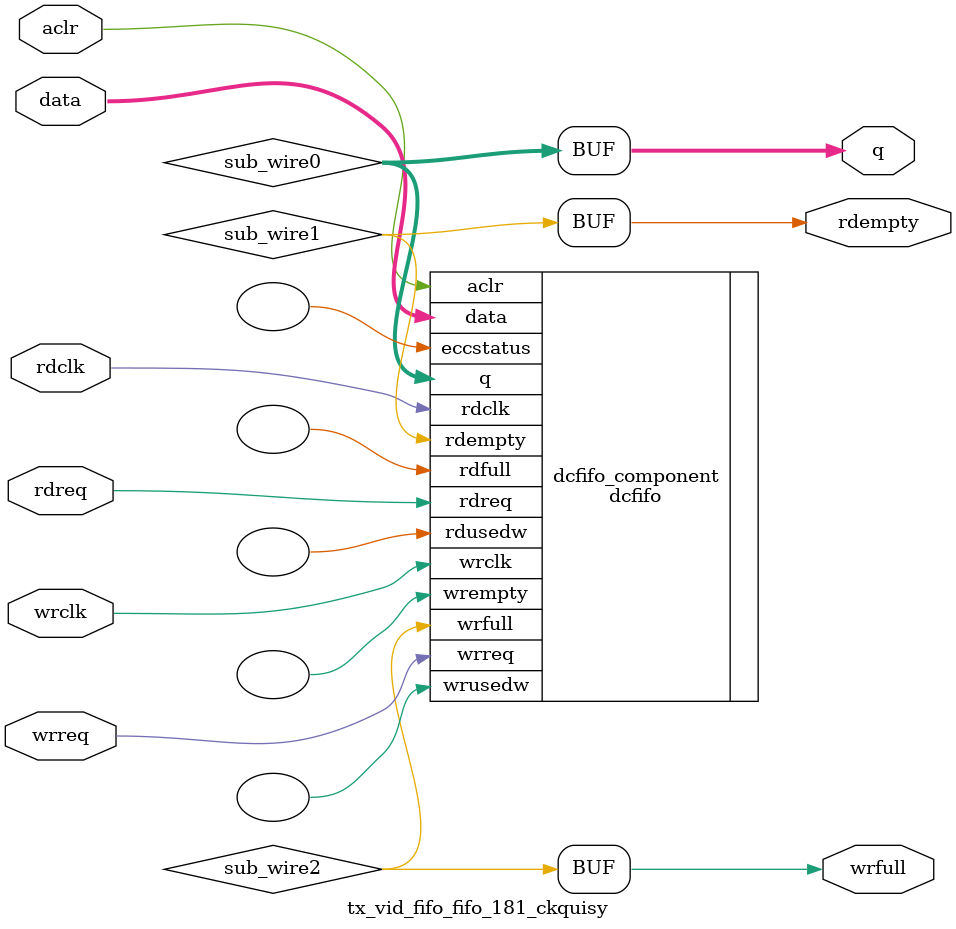
<source format=v>



`timescale 1 ps / 1 ps
// synopsys translate_on
module  tx_vid_fifo_fifo_181_ckquisy  (
    aclr,
    data,
    rdclk,
    rdreq,
    wrclk,
    wrreq,
    q,
    rdempty,
    wrfull);

    input    aclr;
    input  [72:0]  data;
    input    rdclk;
    input    rdreq;
    input    wrclk;
    input    wrreq;
    output [72:0]  q;
    output   rdempty;
    output   wrfull;
`ifndef ALTERA_RESERVED_QIS
// synopsys translate_off
`endif
    tri0     aclr;
`ifndef ALTERA_RESERVED_QIS
// synopsys translate_on
`endif

    wire [72:0] sub_wire0;
    wire  sub_wire1;
    wire  sub_wire2;
    wire [72:0] q = sub_wire0[72:0];
    wire  rdempty = sub_wire1;
    wire  wrfull = sub_wire2;

    dcfifo  dcfifo_component (
                .aclr (aclr),
                .data (data),
                .rdclk (rdclk),
                .rdreq (rdreq),
                .wrclk (wrclk),
                .wrreq (wrreq),
                .q (sub_wire0),
                .rdempty (sub_wire1),
                .wrfull (sub_wire2),
                .eccstatus (),
                .rdfull (),
                .rdusedw (),
                .wrempty (),
                .wrusedw ());
    defparam
        dcfifo_component.enable_ecc  = "FALSE",
        dcfifo_component.intended_device_family  = "Arria 10",
        dcfifo_component.lpm_hint  = "DISABLE_DCFIFO_EMBEDDED_TIMING_CONSTRAINT=TRUE",
        dcfifo_component.lpm_numwords  = 16384,
        dcfifo_component.lpm_showahead  = "OFF",
        dcfifo_component.lpm_type  = "dcfifo",
        dcfifo_component.lpm_width  = 73,
        dcfifo_component.lpm_widthu  = 14,
        dcfifo_component.overflow_checking  = "ON",
        dcfifo_component.rdsync_delaypipe  = 5,
        dcfifo_component.read_aclr_synch  = "ON",
        dcfifo_component.underflow_checking  = "ON",
        dcfifo_component.use_eab  = "ON",
        dcfifo_component.write_aclr_synch  = "OFF",
        dcfifo_component.wrsync_delaypipe  = 5;


endmodule



</source>
